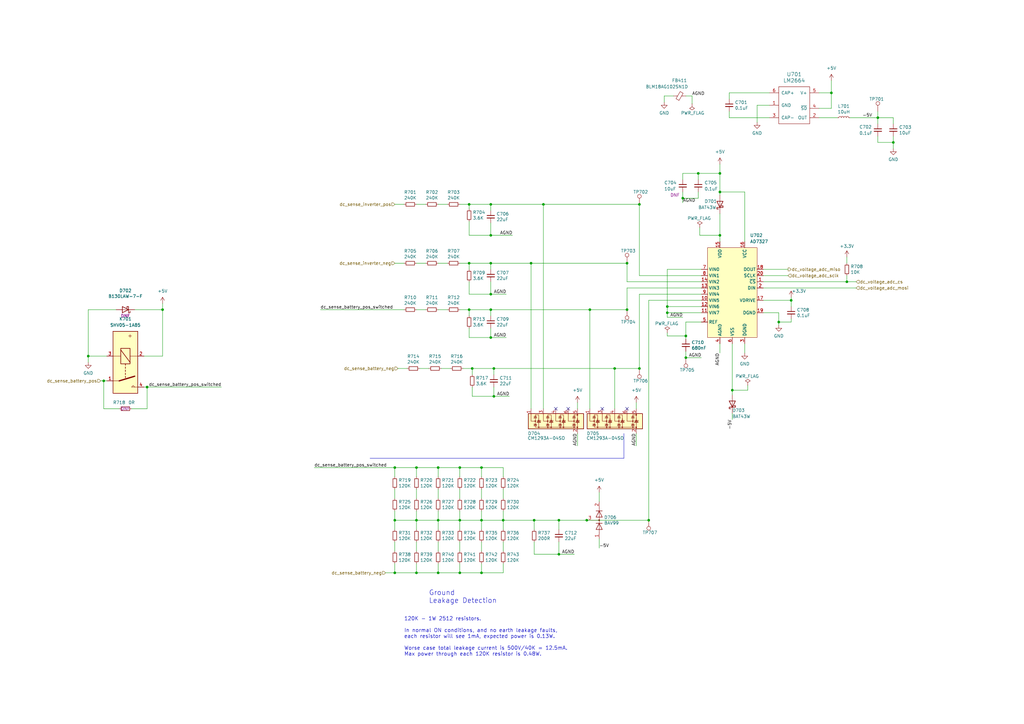
<source format=kicad_sch>
(kicad_sch (version 20230121) (generator eeschema)
  (paper "A3")
  (title_block (title "xx-xxx-PCB-001 Charger Control (HV1) Board") (date "2023-10-18") (rev "0.a") (company "Indra Renewable Technologies Ltd"))
  (junction (at 324.485 123.19))
  (junction (at 161.925 213.36))
  (junction (at 229.235 227.33))
  (junction (at 197.485 213.36))
  (junction (at 240.665 213.36))
  (junction (at 295.275 71.12))
  (junction (at 206.375 213.36))
  (junction (at 241.935 127))
  (junction (at 179.705 234.95))
  (junction (at 229.235 213.36))
  (junction (at 347.345 115.57))
  (junction (at 281.305 146.685))
  (junction (at 222.885 83.82))
  (junction (at 273.685 128.27))
  (junction (at 219.075 213.36))
  (junction (at 192.405 83.82))
  (junction (at 266.065 213.36))
  (junction (at 262.255 83.82))
  (junction (at 170.815 213.36))
  (junction (at 257.175 107.95))
  (junction (at 197.485 234.95))
  (junction (at 257.175 127))
  (junction (at 170.815 234.95))
  (junction (at 179.705 213.36))
  (junction (at 188.595 234.95))
  (junction (at 192.405 107.95))
  (junction (at 340.995 38.1))
  (junction (at 201.295 96.52))
  (junction (at 193.675 151.13))
  (junction (at 286.385 71.12))
  (junction (at 319.405 132.08))
  (junction (at 280.035 81.28))
  (junction (at 179.705 191.77))
  (junction (at 360.045 48.26))
  (junction (at 202.565 151.13))
  (junction (at 295.275 96.52))
  (junction (at 201.295 120.65))
  (junction (at 201.295 107.95))
  (junction (at 42.545 156.21))
  (junction (at 217.805 107.95))
  (junction (at 366.395 58.42))
  (junction (at 161.925 234.95))
  (junction (at 201.295 83.82))
  (junction (at 273.685 125.73))
  (junction (at 192.405 127))
  (junction (at 252.095 151.13))
  (junction (at 281.305 137.795))
  (junction (at 202.565 162.56))
  (junction (at 201.295 127))
  (junction (at 36.195 146.05))
  (junction (at 66.675 127))
  (junction (at 295.275 78.74))
  (junction (at 197.485 191.77))
  (junction (at 161.925 191.77))
  (junction (at 170.815 191.77))
  (junction (at 300.355 160.02))
  (junction (at 188.595 213.36))
  (junction (at 60.325 158.75))
  (junction (at 188.595 191.77))
  (junction (at 262.255 151.13))
  (junction (at 201.295 138.43))
  (no_connect (at 233.045 167.64))
  (no_connect (at 257.175 167.64))
  (no_connect (at 227.965 167.64))
  (no_connect (at 247.015 167.64))
  (wire (pts (xy 222.885 83.82) (xy 262.255 83.82)))
  (wire (pts (xy 202.565 162.56) (xy 193.675 162.56)))
  (wire (pts (xy 348.615 48.26) (xy 360.045 48.26)))
  (wire (pts (xy 161.925 191.77) (xy 161.925 195.58)))
  (wire (pts (xy 360.045 55.88) (xy 360.045 58.42)))
  (wire (pts (xy 201.295 107.95) (xy 217.805 107.95)))
  (wire (pts (xy 189.865 151.13) (xy 193.675 151.13)))
  (wire (pts (xy 161.925 107.95) (xy 165.735 107.95)))
  (wire (pts (xy 192.405 107.95) (xy 192.405 110.49)))
  (wire (pts (xy 36.195 148.59) (xy 36.195 146.05)))
  (wire (pts (xy 161.925 83.82) (xy 165.735 83.82)))
  (wire (pts (xy 197.485 213.36) (xy 206.375 213.36)))
  (wire (pts (xy 252.095 151.13) (xy 262.255 151.13)))
  (wire (pts (xy 280.035 81.28) (xy 280.035 83.185)))
  (wire (pts (xy 170.815 222.25) (xy 170.815 226.06)))
  (wire (pts (xy 201.295 107.95) (xy 201.295 110.49)))
  (wire (pts (xy 287.655 123.19) (xy 266.065 123.19)))
  (wire (pts (xy 281.305 132.08) (xy 281.305 137.795)))
  (wire (pts (xy 193.675 158.75) (xy 193.675 162.56)))
  (wire (pts (xy 295.275 78.74) (xy 305.435 78.74)))
  (wire (pts (xy 360.045 50.8) (xy 360.045 48.26)))
  (wire (pts (xy 300.355 169.545) (xy 300.355 172.085)))
  (wire (pts (xy 340.995 38.1) (xy 340.995 33.02)))
  (wire (pts (xy 295.275 144.78) (xy 295.275 140.97)))
  (wire (pts (xy 201.295 120.65) (xy 192.405 120.65)))
  (wire (pts (xy 197.485 209.55) (xy 197.485 213.36)))
  (wire (pts (xy 206.375 231.14) (xy 206.375 234.95)))
  (wire (pts (xy 66.675 124.46) (xy 66.675 127)))
  (wire (pts (xy 179.705 209.55) (xy 179.705 213.36)))
  (wire (pts (xy 273.685 136.525) (xy 273.685 137.795)))
  (wire (pts (xy 295.275 96.52) (xy 295.275 99.06)))
  (wire (pts (xy 236.855 177.8) (xy 236.855 182.88)))
  (wire (pts (xy 313.055 113.03) (xy 323.215 113.03)))
  (wire (pts (xy 66.675 127) (xy 66.675 146.05)))
  (wire (pts (xy 286.385 81.28) (xy 280.035 81.28)))
  (wire (pts (xy 59.055 158.75) (xy 60.325 158.75)))
  (wire (pts (xy 295.275 71.12) (xy 295.275 78.74)))
  (wire (pts (xy 299.085 38.1) (xy 315.595 38.1)))
  (wire (pts (xy 319.405 128.27) (xy 319.405 132.08)))
  (wire (pts (xy 324.485 125.73) (xy 324.485 123.19)))
  (wire (pts (xy 161.925 209.55) (xy 161.925 213.36)))
  (wire (pts (xy 206.375 209.55) (xy 206.375 213.36)))
  (wire (pts (xy 257.175 118.11) (xy 257.175 127)))
  (wire (pts (xy 262.255 113.03) (xy 287.655 113.03)))
  (wire (pts (xy 53.975 167.64) (xy 60.325 167.64)))
  (wire (pts (xy 315.595 48.26) (xy 299.085 48.26)))
  (wire (pts (xy 192.405 134.62) (xy 192.405 138.43)))
  (wire (pts (xy 192.405 90.805) (xy 192.405 96.52)))
  (wire (pts (xy 188.595 195.58) (xy 188.595 191.77)))
  (wire (pts (xy 208.915 162.56) (xy 202.565 162.56)))
  (wire (pts (xy 286.385 78.74) (xy 286.385 81.28)))
  (wire (pts (xy 257.175 115.57) (xy 287.655 115.57)))
  (wire (pts (xy 313.055 128.27) (xy 319.405 128.27)))
  (wire (pts (xy 340.995 44.45) (xy 340.995 38.1)))
  (wire (pts (xy 280.035 73.66) (xy 280.035 71.12)))
  (wire (pts (xy 201.295 96.52) (xy 192.405 96.52)))
  (wire (pts (xy 201.295 91.44) (xy 201.295 96.52)))
  (wire (pts (xy 360.045 58.42) (xy 366.395 58.42)))
  (wire (pts (xy 313.055 118.11) (xy 351.155 118.11)))
  (wire (pts (xy 207.645 138.43) (xy 201.295 138.43)))
  (wire (pts (xy 197.485 191.77) (xy 206.375 191.77)))
  (wire (pts (xy 201.295 83.82) (xy 201.295 86.36)))
  (wire (pts (xy 201.295 83.82) (xy 222.885 83.82)))
  (wire (pts (xy 188.595 191.77) (xy 197.485 191.77)))
  (wire (pts (xy 260.985 177.8) (xy 260.985 182.88)))
  (wire (pts (xy 192.405 83.82) (xy 192.405 85.725)))
  (wire (pts (xy 299.085 40.64) (xy 299.085 38.1)))
  (wire (pts (xy 193.675 151.13) (xy 193.675 153.67)))
  (wire (pts (xy 335.915 44.45) (xy 340.995 44.45)))
  (wire (pts (xy 313.055 110.49) (xy 323.215 110.49)))
  (wire (pts (xy 206.375 213.36) (xy 206.375 217.17)))
  (wire (pts (xy 188.595 222.25) (xy 188.595 226.06)))
  (wire (pts (xy 229.235 213.36) (xy 229.235 217.17)))
  (wire (pts (xy 66.675 146.05) (xy 59.055 146.05)))
  (wire (pts (xy 202.565 151.13) (xy 202.565 153.67)))
  (wire (pts (xy 192.405 127) (xy 201.295 127)))
  (wire (pts (xy 201.295 96.52) (xy 210.185 96.52)))
  (wire (pts (xy 281.305 132.08) (xy 287.655 132.08)))
  (wire (pts (xy 295.275 67.31) (xy 295.275 71.12)))
  (wire (pts (xy 60.325 167.64) (xy 60.325 158.75)))
  (wire (pts (xy 202.565 151.13) (xy 252.095 151.13)))
  (wire (pts (xy 281.305 144.145) (xy 281.305 146.685)))
  (wire (pts (xy 324.485 130.81) (xy 324.485 132.08)))
  (wire (pts (xy 219.075 222.25) (xy 219.075 227.33)))
  (wire (pts (xy 286.385 73.66) (xy 286.385 71.12)))
  (wire (pts (xy 170.815 217.17) (xy 170.815 213.36)))
  (wire (pts (xy 161.925 213.36) (xy 161.925 217.17)))
  (wire (pts (xy 347.345 115.57) (xy 351.155 115.57)))
  (wire (pts (xy 197.485 231.14) (xy 197.485 234.95)))
  (wire (pts (xy 283.845 39.37) (xy 283.845 42.545)))
  (wire (pts (xy 188.595 107.95) (xy 192.405 107.95)))
  (wire (pts (xy 281.305 137.795) (xy 281.305 139.065)))
  (wire (pts (xy 347.345 107.95) (xy 347.345 105.41)))
  (wire (pts (xy 170.815 127) (xy 174.625 127)))
  (wire (pts (xy 170.815 209.55) (xy 170.815 213.36)))
  (wire (pts (xy 188.595 231.14) (xy 188.595 234.95)))
  (wire (pts (xy 161.925 234.95) (xy 170.815 234.95)))
  (wire (pts (xy 305.435 78.74) (xy 305.435 99.06)))
  (wire (pts (xy 42.545 156.21) (xy 43.815 156.21)))
  (wire (pts (xy 206.375 191.77) (xy 206.375 195.58)))
  (wire (pts (xy 179.705 127) (xy 183.515 127)))
  (wire (pts (xy 170.815 213.36) (xy 179.705 213.36)))
  (wire (pts (xy 273.685 110.49) (xy 287.655 110.49)))
  (wire (pts (xy 245.745 205.74) (xy 245.745 201.93)))
  (wire (pts (xy 241.935 167.64) (xy 241.935 127)))
  (polyline (pts (xy 151.765 187.96) (xy 255.905 187.96)))
  (wire (pts (xy 170.815 234.95) (xy 179.705 234.95)))
  (wire (pts (xy 310.515 43.18) (xy 315.595 43.18)))
  (wire (pts (xy 197.485 234.95) (xy 206.375 234.95)))
  (wire (pts (xy 161.925 200.66) (xy 161.925 204.47)))
  (wire (pts (xy 306.705 160.02) (xy 300.355 160.02)))
  (wire (pts (xy 36.195 146.05) (xy 36.195 127)))
  (wire (pts (xy 280.035 130.175) (xy 273.685 130.175)))
  (wire (pts (xy 170.815 231.14) (xy 170.815 234.95)))
  (wire (pts (xy 305.435 140.97) (xy 305.435 144.78)))
  (wire (pts (xy 131.445 127) (xy 165.735 127)))
  (wire (pts (xy 280.035 71.12) (xy 286.385 71.12)))
  (wire (pts (xy 36.195 146.05) (xy 43.815 146.05)))
  (polyline (pts (xy 255.905 187.96) (xy 255.905 177.8)))
  (wire (pts (xy 128.905 191.77) (xy 161.925 191.77)))
  (wire (pts (xy 179.705 107.95) (xy 183.515 107.95)))
  (wire (pts (xy 324.485 132.08) (xy 319.405 132.08)))
  (wire (pts (xy 273.685 137.795) (xy 281.305 137.795)))
  (wire (pts (xy 319.405 132.08) (xy 319.405 133.35)))
  (wire (pts (xy 179.705 200.66) (xy 179.705 204.47)))
  (wire (pts (xy 172.085 151.13) (xy 175.895 151.13)))
  (wire (pts (xy 287.02 93.345) (xy 287.02 96.52)))
  (wire (pts (xy 161.925 231.14) (xy 161.925 234.95)))
  (wire (pts (xy 201.295 127) (xy 241.935 127)))
  (wire (pts (xy 170.815 200.66) (xy 170.815 204.47)))
  (wire (pts (xy 179.705 191.77) (xy 188.595 191.77)))
  (wire (pts (xy 197.485 200.66) (xy 197.485 204.47)))
  (wire (pts (xy 179.705 231.14) (xy 179.705 234.95)))
  (wire (pts (xy 260.985 167.64) (xy 260.985 165.1)))
  (wire (pts (xy 335.915 48.26) (xy 343.535 48.26)))
  (wire (pts (xy 207.645 120.65) (xy 201.295 120.65)))
  (wire (pts (xy 201.295 134.62) (xy 201.295 138.43)))
  (wire (pts (xy 179.705 213.36) (xy 188.595 213.36)))
  (wire (pts (xy 201.295 138.43) (xy 192.405 138.43)))
  (wire (pts (xy 281.305 39.37) (xy 283.845 39.37)))
  (wire (pts (xy 206.375 222.25) (xy 206.375 226.06)))
  (wire (pts (xy 273.685 125.73) (xy 273.685 110.49)))
  (wire (pts (xy 287.655 118.11) (xy 257.175 118.11)))
  (wire (pts (xy 235.585 227.33) (xy 229.235 227.33)))
  (wire (pts (xy 188.595 127) (xy 192.405 127)))
  (wire (pts (xy 240.665 213.36) (xy 266.065 213.36)))
  (wire (pts (xy 287.655 120.65) (xy 262.255 120.65)))
  (wire (pts (xy 366.395 58.42) (xy 366.395 60.96)))
  (wire (pts (xy 295.275 78.74) (xy 295.275 80.01)))
  (wire (pts (xy 280.035 78.74) (xy 280.035 81.28)))
  (wire (pts (xy 192.405 83.82) (xy 201.295 83.82)))
  (wire (pts (xy 222.885 83.82) (xy 222.885 167.64)))
  (wire (pts (xy 197.485 222.25) (xy 197.485 226.06)))
  (wire (pts (xy 197.485 217.17) (xy 197.485 213.36)))
  (wire (pts (xy 240.665 213.36) (xy 229.235 213.36)))
  (wire (pts (xy 324.485 121.92) (xy 324.485 123.19)))
  (wire (pts (xy 206.375 200.66) (xy 206.375 204.47)))
  (wire (pts (xy 266.065 123.19) (xy 266.065 213.36)))
  (wire (pts (xy 313.055 123.19) (xy 324.485 123.19)))
  (wire (pts (xy 36.195 127) (xy 47.625 127)))
  (wire (pts (xy 287.02 96.52) (xy 295.275 96.52)))
  (wire (pts (xy 273.685 125.73) (xy 287.655 125.73)))
  (wire (pts (xy 192.405 115.57) (xy 192.405 120.65)))
  (wire (pts (xy 245.745 224.79) (xy 245.745 220.98)))
  (wire (pts (xy 236.855 167.64) (xy 236.855 165.1)))
  (wire (pts (xy 188.595 200.66) (xy 188.595 204.47)))
  (wire (pts (xy 201.295 127) (xy 201.295 129.54)))
  (wire (pts (xy 188.595 83.82) (xy 192.405 83.82)))
  (wire (pts (xy 180.975 151.13) (xy 184.785 151.13)))
  (wire (pts (xy 273.685 130.175) (xy 273.685 128.27)))
  (wire (pts (xy 252.095 167.64) (xy 252.095 151.13)))
  (wire (pts (xy 161.925 222.25) (xy 161.925 226.06)))
  (wire (pts (xy 299.085 48.26) (xy 299.085 45.72)))
  (wire (pts (xy 179.705 83.82) (xy 183.515 83.82)))
  (wire (pts (xy 366.395 48.26) (xy 366.395 50.8)))
  (wire (pts (xy 41.275 156.21) (xy 42.545 156.21)))
  (wire (pts (xy 287.655 146.685) (xy 281.305 146.685)))
  (wire (pts (xy 42.545 167.64) (xy 42.545 156.21)))
  (wire (pts (xy 217.805 107.95) (xy 257.175 107.95)))
  (wire (pts (xy 300.355 140.97) (xy 300.355 160.02)))
  (wire (pts (xy 219.075 213.36) (xy 219.075 217.17)))
  (wire (pts (xy 310.515 50.165) (xy 310.515 43.18)))
  (wire (pts (xy 60.325 158.75) (xy 90.805 158.75)))
  (wire (pts (xy 206.375 213.36) (xy 219.075 213.36)))
  (wire (pts (xy 188.595 217.17) (xy 188.595 213.36)))
  (wire (pts (xy 188.595 213.36) (xy 197.485 213.36)))
  (wire (pts (xy 241.935 127) (xy 257.175 127)))
  (wire (pts (xy 179.705 217.17) (xy 179.705 213.36)))
  (wire (pts (xy 229.235 222.25) (xy 229.235 227.33)))
  (wire (pts (xy 170.815 191.77) (xy 179.705 191.77)))
  (wire (pts (xy 360.045 45.72) (xy 360.045 48.26)))
  (wire (pts (xy 229.235 227.33) (xy 219.075 227.33)))
  (wire (pts (xy 273.685 128.27) (xy 273.685 125.73)))
  (wire (pts (xy 163.195 151.13) (xy 167.005 151.13)))
  (wire (pts (xy 217.805 107.95) (xy 217.805 167.64)))
  (wire (pts (xy 300.355 160.02) (xy 300.355 161.925)))
  (wire (pts (xy 170.815 83.82) (xy 174.625 83.82)))
  (wire (pts (xy 161.925 191.77) (xy 170.815 191.77)))
  (wire (pts (xy 286.385 71.12) (xy 295.275 71.12)))
  (wire (pts (xy 257.175 107.95) (xy 257.175 115.57)))
  (wire (pts (xy 48.895 167.64) (xy 42.545 167.64)))
  (wire (pts (xy 347.345 113.03) (xy 347.345 115.57)))
  (wire (pts (xy 55.245 127) (xy 66.675 127)))
  (wire (pts (xy 193.675 151.13) (xy 202.565 151.13)))
  (wire (pts (xy 272.415 41.91) (xy 272.415 39.37)))
  (wire (pts (xy 188.595 209.55) (xy 188.595 213.36)))
  (wire (pts (xy 179.705 222.25) (xy 179.705 226.06)))
  (wire (pts (xy 201.295 115.57) (xy 201.295 120.65)))
  (wire (pts (xy 262.255 120.65) (xy 262.255 151.13)))
  (wire (pts (xy 161.925 213.36) (xy 170.815 213.36)))
  (wire (pts (xy 170.815 195.58) (xy 170.815 191.77)))
  (wire (pts (xy 192.405 127) (xy 192.405 129.54)))
  (wire (pts (xy 202.565 158.75) (xy 202.565 162.56)))
  (wire (pts (xy 170.815 107.95) (xy 174.625 107.95)))
  (wire (pts (xy 360.045 48.26) (xy 366.395 48.26)))
  (wire (pts (xy 197.485 195.58) (xy 197.485 191.77)))
  (wire (pts (xy 335.915 38.1) (xy 340.995 38.1)))
  (wire (pts (xy 179.705 234.95) (xy 188.595 234.95)))
  (wire (pts (xy 313.055 115.57) (xy 347.345 115.57)))
  (wire (pts (xy 306.705 158.115) (xy 306.705 160.02)))
  (wire (pts (xy 188.595 234.95) (xy 197.485 234.95)))
  (wire (pts (xy 366.395 58.42) (xy 366.395 55.88)))
  (wire (pts (xy 273.685 128.27) (xy 287.655 128.27)))
  (wire (pts (xy 295.275 87.63) (xy 295.275 96.52)))
  (wire (pts (xy 192.405 107.95) (xy 201.295 107.95)))
  (wire (pts (xy 158.115 234.95) (xy 161.925 234.95)))
  (wire (pts (xy 179.705 195.58) (xy 179.705 191.77)))
  (wire (pts (xy 219.075 213.36) (xy 229.235 213.36)))
  (wire (pts (xy 272.415 39.37) (xy 276.225 39.37)))
  (wire (pts (xy 262.255 83.82) (xy 262.255 113.03)))
  (text "Ground\nLeakage Detection" (at 175.895 247.65 0) (effects (font (size 2.0066 2.0066)) (justify left bottom)))
  (text "120K - 1W 2512 resistors.\n\nIn normal ON conditions, and no earth leakage faults, \neach resistor will see 1mA, expected power is 0.13W.\n\nWorse case total leakage current is 500V/40K = 12.5mA. \nMax power through each 120K resistor is 0.48W." (at 165.735 269.24 0) (effects (font (size 1.4986 1.4986)) (justify left bottom)))
  (label "AGND" (at 295.275 144.78 270))
  (label "-5V" (at 300.355 172.085 270))
  (label "AGND" (at 207.645 120.65 180))
  (label "AGND" (at 283.845 39.37 0))
  (label "AGND" (at 280.035 83.185 0))
  (label "AGND" (at 207.645 138.43 180))
  (label "AGND" (at 208.915 162.56 180))
  (label "dc_sense_battery_pos_switched" (at 131.445 127 0))
  (label "dc_sense_battery_pos_switched" (at 128.905 191.77 0))
  (label "dc_sense_battery_pos_switched" (at 90.805 158.75 180))
  (label "AGND" (at 235.585 227.33 180))
  (label "-5V" (at 245.745 224.79 0))
  (label "AGND" (at 260.985 182.88 90))
  (label "-5V" (at 353.695 48.26 0))
  (label "AGND" (at 236.855 182.88 90))
  (label "AGND" (at 287.655 146.685 180))
  (label "AGND" (at 280.035 130.175 180))
  (label "AGND" (at 210.185 96.52 180))
  (hierarchical_label "dc_voltage_adc_mosi" (shape input) (at 351.155 118.11 0))
  (hierarchical_label "dc_voltage_adc_miso" (shape output) (at 323.215 110.49 0))
  (hierarchical_label "dc_sense_battery_neg" (shape input) (at 163.195 151.13 180))
  (hierarchical_label "dc_voltage_adc_cs" (shape input) (at 351.155 115.57 0))
  (hierarchical_label "dc_voltage_adc_sclk" (shape input) (at 323.215 113.03 0))
  (hierarchical_label "dc_sense_battery_neg" (shape input) (at 158.115 234.95 180))
  (hierarchical_label "dc_sense_inverter_neg" (shape input) (at 161.925 107.95 180))
  (hierarchical_label "dc_sense_inverter_pos" (shape input) (at 161.925 83.82 180))
  (hierarchical_label "dc_sense_battery_pos" (shape input) (at 41.275 156.21 180))
  (symbol (lib_id "Diode:BAT43W-V") (at 295.275 83.82 90) (unit 1)
    (property "Reference" "D701" (at 288.925 82.55 90) (effects (justify right)))
    (property "Value" "BAT43W" (at 286.385 85.09 90) (effects (justify right)))
    (property "Footprint" "Diode_SMD:D_SOD-123" (effects hide))
    (property "Datasheet" "https://www.vishay.com/docs/85661/bat42w.pdf" (effects hide))
    (property "Manufacturer" "Vishay" (effects hide))
    (property "Manufacturer Part Number" "BAT43W-E3-08" (effects hide))
    (instances (project "hw-v2x-power-board-high-v" (path "" (reference "D701") (unit 1))) (project "hw-v2x-power-board" (path "" (reference "D1405") (unit 1))))
  )
  (symbol (lib_id "Device:C_Small") (at 201.295 113.03 0) (unit 1)
    (property "Reference" "C707" (at 203.6318 111.8616 0) (effects (justify left)))
    (property "Value" "22uF" (at 203.6318 114.173 0) (effects (justify left)))
    (property "Footprint" "Capacitor_SMD:C_0805_2012Metric" (effects hide))
    (property "Voltage" "10V" (effects hide))
    (property "Characteristics" "X5R" (effects hide))
    (property "Tolerance" "10%" (effects hide))
    (instances (project "hw-v2x-power-board-high-v" (path "" (reference "C707") (unit 1))) (project "hw-v2x-power-board" (path "" (reference "C1402") (unit 1))))
  )
  (symbol (lib_id "Device:C_Small") (at 280.035 76.2 0) (unit 1)
    (property "Reference" "C704" (at 272.415 74.93 0) (effects (justify left)))
    (property "Value" "10uF" (at 272.415 77.47 0) (effects (justify left)))
    (property "Footprint" "Capacitor_SMD:C_0603_1608Metric" (effects hide))
    (property "Voltage" "25V" (effects hide))
    (property "Characteristics" "X5R" (effects hide))
    (property "Variant" "DNF" (at 276.86 80.01 0))
    (property "Tolerance" "10%" (effects hide))
    (instances (project "hw-v2x-power-board-high-v" (path "" (reference "C704") (unit 1))) (project "hw-v2x-power-board" (path "" (reference "C1406") (unit 1))))
  )
  (symbol (lib_name "GND_1") (lib_id "power:GND") (at 310.515 50.165 0) (unit 1)
    (property "Reference" "#PWR0230" (effects hide))
    (property "Value" "GND" (at 310.515 54.61 0))
    (instances (project "hw-v2x-power-board-high-v" (path "" (reference "#PWR0230") (unit 1)) (path "" (reference "#PWR0716") (unit 1))))
  )
  (symbol (lib_id "Connector:TestPoint") (at 360.045 45.72 0) (unit 1)
    (property "Reference" "TP701" (at 362.585 40.64 0) (effects (justify right)))
    (property "Value" "TestPoint" (effects hide))
    (property "Footprint" "hw-v5mobo-cem-demo:TestPoint_Pad_FD1.0mm_BD2.0mm_TH_with_pos" (effects hide))
    (instances (project "hw-v2x-power-board-high-v" (path "" (reference "TP701") (unit 1))) (project "hw-v2x-power-board" (path "" (reference "TP1407") (unit 1))))
  )
  (symbol (lib_id "Device:C_Small") (at 324.485 128.27 0) (unit 1)
    (property "Reference" "C708" (at 326.8218 127.1016 0) (effects (justify left)))
    (property "Value" "0.1uF" (at 326.8218 129.413 0) (effects (justify left)))
    (property "Footprint" "Capacitor_SMD:C_0402_1005Metric" (effects hide))
    (property "Voltage" "50V" (effects hide))
    (property "Characteristics" "X7R" (effects hide))
    (property "Tolerance" "10%" (effects hide))
    (instances (project "hw-v2x-power-board-high-v" (path "" (reference "C708") (unit 1))) (project "hw-v2x-power-board" (path "" (reference "C1410") (unit 1))))
  )
  (symbol (lib_id "Device:R_Small") (at 186.055 83.82 270) (unit 1)
    (property "Reference" "R703" (at 186.055 78.8416 90))
    (property "Value" "240K" (at 186.055 81.153 90))
    (property "Footprint" "Resistor_SMD:R_0805_2012Metric" (effects hide))
    (property "Tolerance" "0.1%" (effects hide))
    (property "Voltage" "250V" (effects hide))
    (instances (project "hw-v2x-power-board-high-v" (path "" (reference "R703") (unit 1))) (project "hw-v2x-power-board" (path "" (reference "R1422") (unit 1))))
  )
  (symbol (lib_id "Device:R_Small") (at 161.925 207.01 180) (unit 1)
    (property "Reference" "R725" (at 163.4236 205.8416 0) (effects (justify right)))
    (property "Value" "120K" (at 163.4236 208.153 0) (effects (justify right)))
    (property "Footprint" "Resistor_SMD:R_2512_6332Metric" (effects hide))
    (property "Tolerance" "1%" (effects hide))
    (property "Voltage" "250V" (effects hide))
    (instances (project "hw-v2x-power-board-high-v" (path "" (reference "R725") (unit 1))) (project "hw-v2x-power-board" (path "" (reference "R1403") (unit 1))))
  )
  (symbol (lib_id "Device:FerriteBead_Small") (at 278.765 39.37 90) (unit 1)
    (property "Reference" "FB411" (at 275.59 33.02 90) (effects (justify right)))
    (property "Value" "BLM18AG102SN1D" (at 264.795 35.56 90) (effects (justify right)))
    (property "Footprint" "Inductor_SMD:L_0603_1608Metric" (effects hide))
    (property "Datasheet" "https://www.murata.com/en-us/products/productdata/8796738650142/ENFA0003.pdf" (effects hide))
    (instances (project "hw-v2x-power-board-high-v" (path "" (reference "FB411") (unit 1)) (path "" (reference "FB506") (unit 1)) (path "" (reference "FB701") (unit 1))))
  )
  (symbol (lib_id "Device:R_Small") (at 188.595 198.12 180) (unit 1)
    (property "Reference" "R722" (at 190.0936 196.9516 0) (effects (justify right)))
    (property "Value" "120K" (at 190.0936 199.263 0) (effects (justify right)))
    (property "Footprint" "Resistor_SMD:R_2512_6332Metric" (effects hide))
    (property "Tolerance" "1%" (effects hide))
    (property "Voltage" "250V" (effects hide))
    (instances (project "hw-v2x-power-board-high-v" (path "" (reference "R722") (unit 1))) (project "hw-v2x-power-board" (path "" (reference "R1426") (unit 1))))
  )
  (symbol (lib_name "+5V_1") (lib_id "power:+5V") (at 245.745 201.93 0) (unit 1)
    (property "Reference" "#PWR0710" (effects hide))
    (property "Value" "+5V" (at 245.745 196.85 0))
  )
  (symbol (lib_id "Device:R_Small") (at 186.055 107.95 270) (unit 1)
    (property "Reference" "R707" (at 186.055 102.9716 90))
    (property "Value" "240K" (at 186.055 105.283 90))
    (property "Footprint" "Resistor_SMD:R_0805_2012Metric" (effects hide))
    (property "Tolerance" "0.1%" (effects hide))
    (property "Voltage" "250V" (effects hide))
    (instances (project "hw-v2x-power-board-high-v" (path "" (reference "R707") (unit 1))) (project "hw-v2x-power-board" (path "" (reference "R1423") (unit 1))))
  )
  (symbol (lib_id "Device:C_Small") (at 360.045 53.34 0) (unit 1)
    (property "Reference" "C702" (at 352.425 52.07 0) (effects (justify left)))
    (property "Value" "0.1uF" (at 352.425 54.61 0) (effects (justify left)))
    (property "Footprint" "Capacitor_SMD:C_0402_1005Metric" (effects hide))
    (property "Voltage" "50V" (effects hide))
    (property "Characteristics" "X7R" (effects hide))
    (property "Tolerance" "10%" (effects hide))
    (instances (project "hw-v2x-power-board-high-v" (path "" (reference "C702") (unit 1))) (project "hw-v2x-power-board" (path "" (reference "C1411") (unit 1))))
  )
  (symbol (lib_id "Device:R_Small") (at 161.925 198.12 180) (unit 1)
    (property "Reference" "R719" (at 163.4236 196.9516 0) (effects (justify right)))
    (property "Value" "120K" (at 163.4236 199.263 0) (effects (justify right)))
    (property "Footprint" "Resistor_SMD:R_2512_6332Metric" (effects hide))
    (property "Tolerance" "1%" (effects hide))
    (property "Voltage" "250V" (effects hide))
    (instances (project "hw-v2x-power-board-high-v" (path "" (reference "R719") (unit 1))) (project "hw-v2x-power-board" (path "" (reference "R1402") (unit 1))))
  )
  (symbol (lib_id "hw-v2x-play1_1-power-board:LM2664") (at 325.755 39.37 0) (unit 1)
    (property "Reference" "U701" (at 325.755 30.48 0) (effects (font (size 1.524 1.524))))
    (property "Value" "LM2664" (at 325.755 33.02 0) (effects (font (size 1.524 1.524))))
    (property "Footprint" "Package_TO_SOT_SMD:SOT-23-6" (effects hide))
    (property "Datasheet" "https://www.ti.com/lit/ds/symlink/lm2664.pdf" (effects hide))
    (property "Manufacturer" "TI" (effects hide))
    (property "Manufacturer Part Number" "LM2664M6/NOPB" (effects hide))
  )
  (symbol (lib_id "Device:R_Small") (at 188.595 207.01 180) (unit 1)
    (property "Reference" "R728" (at 190.0936 205.8416 0) (effects (justify right)))
    (property "Value" "120K" (at 190.0936 208.153 0) (effects (justify right)))
    (property "Footprint" "Resistor_SMD:R_2512_6332Metric" (effects hide))
    (property "Tolerance" "1%" (effects hide))
    (property "Voltage" "250V" (effects hide))
    (instances (project "hw-v2x-power-board-high-v" (path "" (reference "R728") (unit 1))) (project "hw-v2x-power-board" (path "" (reference "R1427") (unit 1))))
  )
  (symbol (lib_id "Diode:BAV99") (at 245.745 213.36 270) (mirror x) (unit 1)
    (property "Reference" "D706" (at 247.7516 212.1916 90) (effects (justify left)))
    (property "Value" "BAV99" (at 247.7516 214.503 90) (effects (justify left)))
    (property "Footprint" "Package_TO_SOT_SMD:SOT-23" (effects hide))
    (property "Datasheet" "https://assets.nexperia.com/documents/data-sheet/BAV99_SER.pdf" (effects hide))
    (property "Manufacturer" "Nexperia" (effects hide))
    (property "Manufacturer Part Number" "BAV99,215" (effects hide))
    (instances (project "hw-v2x-power-board-high-v" (path "" (reference "D706") (unit 1))) (project "hw-v2x-power-board" (path "" (reference "D1404") (unit 1))))
  )
  (symbol (lib_id "Device:R_Small") (at 170.815 228.6 180) (unit 1)
    (property "Reference" "R739" (at 172.3136 227.4316 0) (effects (justify right)))
    (property "Value" "120K" (at 172.3136 229.743 0) (effects (justify right)))
    (property "Footprint" "Resistor_SMD:R_2512_6332Metric" (effects hide))
    (property "Tolerance" "1%" (effects hide))
    (property "Voltage" "250V" (effects hide))
    (instances (project "hw-v2x-power-board-high-v" (path "" (reference "R739") (unit 1))) (project "hw-v2x-power-board" (path "" (reference "R1413") (unit 1))))
  )
  (symbol (lib_id "Device:R_Small") (at 188.595 228.6 180) (unit 1)
    (property "Reference" "R741" (at 190.0936 227.4316 0) (effects (justify right)))
    (property "Value" "120K" (at 190.0936 229.743 0) (effects (justify right)))
    (property "Footprint" "Resistor_SMD:R_2512_6332Metric" (effects hide))
    (property "Tolerance" "1%" (effects hide))
    (property "Voltage" "250V" (effects hide))
    (instances (project "hw-v2x-power-board-high-v" (path "" (reference "R741") (unit 1))) (project "hw-v2x-power-board" (path "" (reference "R1429") (unit 1))))
  )
  (symbol (lib_id "Device:R_Small") (at 169.545 151.13 270) (unit 1)
    (property "Reference" "R714" (at 169.545 146.1516 90))
    (property "Value" "240K" (at 169.545 148.463 90))
    (property "Footprint" "Resistor_SMD:R_0805_2012Metric" (effects hide))
    (property "Tolerance" "0.1%" (effects hide))
    (property "Voltage" "250V" (effects hide))
    (instances (project "hw-v2x-power-board-high-v" (path "" (reference "R714") (unit 1))) (project "hw-v2x-power-board" (path "" (reference "R1409") (unit 1))))
  )
  (symbol (lib_id "Device:R_Small") (at 206.375 219.71 180) (unit 1)
    (property "Reference" "R736" (at 207.8736 218.5416 0) (effects (justify right)))
    (property "Value" "120K" (at 207.8736 220.853 0) (effects (justify right)))
    (property "Footprint" "Resistor_SMD:R_2512_6332Metric" (effects hide))
    (property "Tolerance" "1%" (effects hide))
    (property "Voltage" "250V" (effects hide))
    (instances (project "hw-v2x-power-board-high-v" (path "" (reference "R736") (unit 1))) (project "hw-v2x-power-board" (path "" (reference "R1440") (unit 1))))
  )
  (symbol (lib_id "Device:R_Small") (at 170.815 219.71 180) (unit 1)
    (property "Reference" "R732" (at 172.3136 218.5416 0) (effects (justify right)))
    (property "Value" "120K" (at 172.3136 220.853 0) (effects (justify right)))
    (property "Footprint" "Resistor_SMD:R_2512_6332Metric" (effects hide))
    (property "Tolerance" "1%" (effects hide))
    (property "Voltage" "250V" (effects hide))
    (instances (project "hw-v2x-power-board-high-v" (path "" (reference "R732") (unit 1))) (project "hw-v2x-power-board" (path "" (reference "R1412") (unit 1))))
  )
  (symbol (lib_id "Device:R_Small") (at 187.325 151.13 270) (unit 1)
    (property "Reference" "R716" (at 187.325 146.1516 90))
    (property "Value" "240K" (at 187.325 148.463 90))
    (property "Footprint" "Resistor_SMD:R_0805_2012Metric" (effects hide))
    (property "Tolerance" "0.1%" (effects hide))
    (property "Voltage" "250V" (effects hide))
    (instances (project "hw-v2x-power-board-high-v" (path "" (reference "R716") (unit 1))) (project "hw-v2x-power-board" (path "" (reference "R1425") (unit 1))))
  )
  (symbol (lib_id "Device:R_Small") (at 168.275 127 270) (unit 1)
    (property "Reference" "R710" (at 168.275 122.0216 90))
    (property "Value" "240K" (at 168.275 124.333 90))
    (property "Footprint" "Resistor_SMD:R_0805_2012Metric" (effects hide))
    (property "Tolerance" "0.1%" (effects hide))
    (property "Voltage" "250V" (effects hide))
    (instances (project "hw-v2x-power-board-high-v" (path "" (reference "R710") (unit 1))) (project "hw-v2x-power-board" (path "" (reference "R1408") (unit 1))))
  )
  (symbol (lib_id "Device:C_Small") (at 202.565 156.21 0) (unit 1)
    (property "Reference" "C711" (at 204.9018 155.0416 0) (effects (justify left)))
    (property "Value" "22uF" (at 204.9018 157.353 0) (effects (justify left)))
    (property "Footprint" "Capacitor_SMD:C_0805_2012Metric" (effects hide))
    (property "Voltage" "10V" (effects hide))
    (property "Characteristics" "X5R" (effects hide))
    (property "Tolerance" "10%" (effects hide))
    (instances (project "hw-v2x-power-board-high-v" (path "" (reference "C711") (unit 1))) (project "hw-v2x-power-board" (path "" (reference "C1404") (unit 1))))
  )
  (symbol (lib_id "hw-v2x-play1_1-power-board:CM1293A-04SO") (at 241.935 167.64 0) (unit 1)
    (property "Reference" "D705" (at 245.745 177.8 0) (effects (justify right)))
    (property "Value" "CM1293A-04SO" (at 255.905 179.705 0) (effects (justify right)))
    (property "Footprint" "Package_SO:SC-74-6_1.5x2.9mm_P0.95mm" (effects hide))
    (property "Datasheet" "https://www.onsemi.com/pub/Collateral/CM1293A-04SO-D.PDF" (effects hide))
  )
  (symbol (lib_id "Device:C_Small") (at 366.395 53.34 0) (unit 1)
    (property "Reference" "C703" (at 368.7318 52.1716 0) (effects (justify left)))
    (property "Value" "10uF" (at 368.7318 54.483 0) (effects (justify left)))
    (property "Footprint" "Capacitor_SMD:C_0603_1608Metric" (effects hide))
    (property "Voltage" "25V" (effects hide))
    (property "Characteristics" "X5R" (effects hide))
    (property "Tolerance" "10%" (effects hide))
    (instances (project "hw-v2x-power-board-high-v" (path "" (reference "C703") (unit 1))) (project "hw-v2x-power-board" (path "" (reference "C1412") (unit 1))))
  )
  (symbol (lib_id "Device:C_Small") (at 286.385 76.2 0) (unit 1)
    (property "Reference" "C705" (at 288.925 74.93 0) (effects (justify left)))
    (property "Value" "0.1uF" (at 288.925 77.47 0) (effects (justify left)))
    (property "Footprint" "Capacitor_SMD:C_0402_1005Metric" (effects hide))
    (property "Voltage" "50V" (effects hide))
    (property "Characteristics" "X7R" (effects hide))
    (property "Tolerance" "10%" (effects hide))
    (instances (project "hw-v2x-power-board-high-v" (path "" (reference "C705") (unit 1))) (project "hw-v2x-power-board" (path "" (reference "C1408") (unit 1))))
  )
  (symbol (lib_name "+5V_1") (lib_id "power:+5V") (at 295.275 67.31 0) (unit 1)
    (property "Reference" "#PWR0711" (effects hide))
    (property "Value" "+5V" (at 295.275 62.23 0))
  )
  (symbol (lib_id "Device:R_Small") (at 197.485 207.01 180) (unit 1)
    (property "Reference" "R729" (at 198.9836 205.8416 0) (effects (justify right)))
    (property "Value" "120K" (at 198.9836 208.153 0) (effects (justify right)))
    (property "Footprint" "Resistor_SMD:R_2512_6332Metric" (effects hide))
    (property "Tolerance" "1%" (effects hide))
    (property "Voltage" "250V" (effects hide))
    (instances (project "hw-v2x-power-board-high-v" (path "" (reference "R729") (unit 1))) (project "hw-v2x-power-board" (path "" (reference "R1435") (unit 1))))
  )
  (symbol (lib_id "Device:R_Small") (at 188.595 219.71 180) (unit 1)
    (property "Reference" "R734" (at 190.0936 218.5416 0) (effects (justify right)))
    (property "Value" "120K" (at 190.0936 220.853 0) (effects (justify right)))
    (property "Footprint" "Resistor_SMD:R_2512_6332Metric" (effects hide))
    (property "Tolerance" "1%" (effects hide))
    (property "Voltage" "250V" (effects hide))
    (instances (project "hw-v2x-power-board-high-v" (path "" (reference "R734") (unit 1))) (project "hw-v2x-power-board" (path "" (reference "R1428") (unit 1))))
  )
  (symbol (lib_id "Device:R_Small") (at 186.055 127 270) (unit 1)
    (property "Reference" "R712" (at 186.055 122.0216 90))
    (property "Value" "240K" (at 186.055 124.333 90))
    (property "Footprint" "Resistor_SMD:R_0805_2012Metric" (effects hide))
    (property "Tolerance" "0.1%" (effects hide))
    (property "Voltage" "250V" (effects hide))
    (instances (project "hw-v2x-power-board-high-v" (path "" (reference "R712") (unit 1))) (project "hw-v2x-power-board" (path "" (reference "R1424") (unit 1))))
  )
  (symbol (lib_name "GND_1") (lib_id "power:GND") (at 272.415 41.91 0) (unit 1)
    (property "Reference" "#PWR0230" (effects hide))
    (property "Value" "GND" (at 272.415 46.355 0))
    (instances (project "hw-v2x-power-board-high-v" (path "" (reference "#PWR0230") (unit 1)) (path "" (reference "#PWR0715") (unit 1))))
  )
  (symbol (lib_name "GND_1") (lib_id "power:GND") (at 319.405 133.35 0) (unit 1)
    (property "Reference" "#PWR0230" (effects hide))
    (property "Value" "GND" (at 319.405 137.795 0))
    (instances (project "hw-v2x-power-board-high-v" (path "" (reference "#PWR0230") (unit 1)) (path "" (reference "#PWR0720") (unit 1))))
  )
  (symbol (lib_id "Device:D_Schottky") (at 51.435 127 180) (unit 1)
    (property "Reference" "D702" (at 51.435 119.2022 0))
    (property "Value" "B130LAW-7-F" (at 51.435 121.5136 0))
    (property "Footprint" "Diode_SMD:D_SOD-123" (effects hide))
    (property "Datasheet" "https://www.diodes.com/assets/Datasheets/ds30308.pdf" (effects hide))
    (property "Manufacturer" "Diodes Inc." (effects hide))
    (property "Manufacturer Part Number" "B130LAW-7-F" (effects hide))
    (property "Variant" "DNF" (at 51.435 129.54 0))
    (instances (project "hw-v2x-power-board-high-v" (path "" (reference "D702") (unit 1))) (project "hw-v2x-power-board" (path "" (reference "D1401") (unit 1))))
  )
  (symbol (lib_name "PWR_FLAG_1") (lib_id "power:PWR_FLAG") (at 273.685 136.525 0) (unit 1)
    (property "Reference" "#FLG0402" (effects hide))
    (property "Value" "PWR_FLAG" (at 268.605 132.715 0) (effects (justify left)))
    (instances (project "hw-v2x-power-board-high-v" (path "" (reference "#FLG0402") (unit 1)) (path "" (reference "#FLG0704") (unit 1))))
  )
  (symbol (lib_id "hw-v2x-play1_1-power-board:AD7327") (at 300.355 123.19 0) (unit 1)
    (property "Reference" "U702" (at 307.6291 96.52 0) (effects (justify left)))
    (property "Value" "AD7327" (at 307.6291 99.06 0) (effects (justify left)))
    (property "Footprint" "Package_SO:TSSOP-20_4.4x6.5mm_P0.65mm" (effects hide))
    (property "Datasheet" "https://www.analog.com/media/en/technical-documentation/data-sheets/AD7327.pdf" (effects hide))
    (property "Manufacturer" "Analog Devices" (effects hide))
    (property "Manufacturer Part Number" "AD7327BRUZ" (effects hide))
  )
  (symbol (lib_id "Device:R_Small") (at 170.815 198.12 180) (unit 1)
    (property "Reference" "R720" (at 172.3136 196.9516 0) (effects (justify right)))
    (property "Value" "120K" (at 172.3136 199.263 0) (effects (justify right)))
    (property "Footprint" "Resistor_SMD:R_2512_6332Metric" (effects hide))
    (property "Tolerance" "1%" (effects hide))
    (property "Voltage" "250V" (effects hide))
    (instances (project "hw-v2x-power-board-high-v" (path "" (reference "R720") (unit 1))) (project "hw-v2x-power-board" (path "" (reference "R1410") (unit 1))))
  )
  (symbol (lib_name "+5V_1") (lib_id "power:+5V") (at 340.995 33.02 0) (unit 1)
    (property "Reference" "#PWR0702" (effects hide))
    (property "Value" "+5V" (at 340.995 27.94 0))
  )
  (symbol (lib_id "Device:R_Small") (at 197.485 219.71 180) (unit 1)
    (property "Reference" "R735" (at 198.9836 218.5416 0) (effects (justify right)))
    (property "Value" "120K" (at 198.9836 220.853 0) (effects (justify right)))
    (property "Footprint" "Resistor_SMD:R_2512_6332Metric" (effects hide))
    (property "Tolerance" "1%" (effects hide))
    (property "Voltage" "250V" (effects hide))
    (instances (project "hw-v2x-power-board-high-v" (path "" (reference "R735") (unit 1))) (project "hw-v2x-power-board" (path "" (reference "R1436") (unit 1))))
  )
  (symbol (lib_name "+3.3V_1") (lib_id "power:+3.3V") (at 347.345 105.41 0) (unit 1)
    (property "Reference" "#PWR0721" (effects hide))
    (property "Value" "+3.3V" (at 347.345 100.965 0))
  )
  (symbol (lib_name "+3.3V_1") (lib_id "power:+3.3V") (at 324.485 121.92 0) (unit 1)
    (property "Reference" "#PWR0722" (effects hide))
    (property "Value" "+3.3V" (at 327.66 119.38 0))
  )
  (symbol (lib_id "Connector:TestPoint") (at 266.065 213.36 180) (unit 1)
    (property "Reference" "TP707" (at 263.525 218.44 0) (effects (justify right)))
    (property "Value" "TestPoint" (effects hide))
    (property "Footprint" "hw-v5mobo-cem-demo:TestPoint_Pad_FD1.0mm_BD2.0mm_TH_with_pos" (effects hide))
    (instances (project "hw-v2x-power-board-high-v" (path "" (reference "TP707") (unit 1))) (project "hw-v2x-power-board" (path "" (reference "TP1405") (unit 1))))
  )
  (symbol (lib_id "Device:C_Small") (at 201.295 132.08 0) (unit 1)
    (property "Reference" "C709" (at 203.6318 130.9116 0) (effects (justify left)))
    (property "Value" "22uF" (at 203.6318 133.223 0) (effects (justify left)))
    (property "Footprint" "Capacitor_SMD:C_0805_2012Metric" (effects hide))
    (property "Voltage" "10V" (effects hide))
    (property "Characteristics" "X5R" (effects hide))
    (property "Tolerance" "10%" (effects hide))
    (instances (project "hw-v2x-power-board-high-v" (path "" (reference "C709") (unit 1))) (project "hw-v2x-power-board" (path "" (reference "C1403") (unit 1))))
  )
  (symbol (lib_id "Device:R_Small") (at 179.705 219.71 180) (unit 1)
    (property "Reference" "R733" (at 181.2036 218.5416 0) (effects (justify right)))
    (property "Value" "120K" (at 181.2036 220.853 0) (effects (justify right)))
    (property "Footprint" "Resistor_SMD:R_2512_6332Metric" (effects hide))
    (property "Tolerance" "1%" (effects hide))
    (property "Voltage" "250V" (effects hide))
    (instances (project "hw-v2x-power-board-high-v" (path "" (reference "R733") (unit 1))) (project "hw-v2x-power-board" (path "" (reference "R1420") (unit 1))))
  )
  (symbol (lib_id "Device:R_Small") (at 192.405 113.03 180) (unit 1)
    (property "Reference" "R709" (at 193.9036 111.8616 0) (effects (justify right)))
    (property "Value" "3.6K" (at 193.9036 114.173 0) (effects (justify right)))
    (property "Footprint" "Resistor_SMD:R_0603_1608Metric" (effects hide))
    (property "Tolerance" "0.1%" (effects hide))
    (property "Voltage" "50V" (effects hide))
    (instances (project "hw-v2x-power-board-high-v" (path "" (reference "R709") (unit 1))) (project "hw-v2x-power-board" (path "" (reference "R1431") (unit 1))))
  )
  (symbol (lib_id "Device:R_Small") (at 197.485 228.6 180) (unit 1)
    (property "Reference" "R742" (at 198.9836 227.4316 0) (effects (justify right)))
    (property "Value" "120K" (at 198.9836 229.743 0) (effects (justify right)))
    (property "Footprint" "Resistor_SMD:R_2512_6332Metric" (effects hide))
    (property "Tolerance" "1%" (effects hide))
    (property "Voltage" "250V" (effects hide))
    (instances (project "hw-v2x-power-board-high-v" (path "" (reference "R742") (unit 1))) (project "hw-v2x-power-board" (path "" (reference "R1437") (unit 1))))
  )
  (symbol (lib_id "Device:C_Small") (at 229.235 219.71 0) (unit 1)
    (property "Reference" "C712" (at 231.5718 218.5416 0) (effects (justify left)))
    (property "Value" "22uF" (at 231.5718 220.853 0) (effects (justify left)))
    (property "Footprint" "Capacitor_SMD:C_0805_2012Metric" (effects hide))
    (property "Voltage" "10V" (effects hide))
    (property "Characteristics" "X5R" (effects hide))
    (property "Tolerance" "10%" (effects hide))
    (instances (project "hw-v2x-power-board-high-v" (path "" (reference "C712") (unit 1))) (project "hw-v2x-power-board" (path "" (reference "C1405") (unit 1))))
  )
  (symbol (lib_id "Device:R_Small") (at 168.275 107.95 270) (unit 1)
    (property "Reference" "R705" (at 168.275 102.9716 90))
    (property "Value" "240K" (at 168.275 105.283 90))
    (property "Footprint" "Resistor_SMD:R_0805_2012Metric" (effects hide))
    (property "Tolerance" "0.1%" (effects hide))
    (property "Voltage" "250V" (effects hide))
    (instances (project "hw-v2x-power-board-high-v" (path "" (reference "R705") (unit 1))) (project "hw-v2x-power-board" (path "" (reference "R1407") (unit 1))))
  )
  (symbol (lib_id "Device:R_Small") (at 206.375 228.6 180) (unit 1)
    (property "Reference" "R743" (at 207.8736 227.4316 0) (effects (justify right)))
    (property "Value" "120K" (at 207.8736 229.743 0) (effects (justify right)))
    (property "Footprint" "Resistor_SMD:R_2512_6332Metric" (effects hide))
    (property "Tolerance" "1%" (effects hide))
    (property "Voltage" "250V" (effects hide))
    (instances (project "hw-v2x-power-board-high-v" (path "" (reference "R743") (unit 1))) (project "hw-v2x-power-board" (path "" (reference "R1441") (unit 1))))
  )
  (symbol (lib_id "Device:R_Small") (at 219.075 219.71 180) (unit 1)
    (property "Reference" "R737" (at 220.5736 218.5416 0) (effects (justify right)))
    (property "Value" "200R" (at 220.5736 220.853 0) (effects (justify right)))
    (property "Footprint" "Resistor_SMD:R_2512_6332Metric" (effects hide))
    (property "Tolerance" "1%" (effects hide))
    (property "Voltage" "50V" (effects hide))
    (instances (project "hw-v2x-power-board-high-v" (path "" (reference "R737") (unit 1))) (project "hw-v2x-power-board" (path "" (reference "R1442") (unit 1))))
  )
  (symbol (lib_name "GND_1") (lib_id "power:GND") (at 36.195 148.59 0) (unit 1)
    (property "Reference" "#PWR0230" (effects hide))
    (property "Value" "GND" (at 36.195 153.035 0))
    (instances (project "hw-v2x-power-board-high-v" (path "" (reference "#PWR0230") (unit 1)) (path "" (reference "#PWR0718") (unit 1))))
  )
  (symbol (lib_id "Connector:TestPoint") (at 262.255 151.13 180) (unit 1)
    (property "Reference" "TP706" (at 259.715 156.21 0) (effects (justify right)))
    (property "Value" "TestPoint" (effects hide))
    (property "Footprint" "hw-v5mobo-cem-demo:TestPoint_Pad_FD1.0mm_BD2.0mm_TH_with_pos" (effects hide))
    (instances (project "hw-v2x-power-board-high-v" (path "" (reference "TP706") (unit 1))) (project "hw-v2x-power-board" (path "" (reference "TP1404") (unit 1))))
  )
  (symbol (lib_id "Device:R_Small") (at 179.705 198.12 180) (unit 1)
    (property "Reference" "R721" (at 181.2036 196.9516 0) (effects (justify right)))
    (property "Value" "120K" (at 181.2036 199.263 0) (effects (justify right)))
    (property "Footprint" "Resistor_SMD:R_2512_6332Metric" (effects hide))
    (property "Tolerance" "1%" (effects hide))
    (property "Voltage" "250V" (effects hide))
    (instances (project "hw-v2x-power-board-high-v" (path "" (reference "R721") (unit 1))) (project "hw-v2x-power-board" (path "" (reference "R1418") (unit 1))))
  )
  (symbol (lib_id "Device:L_Small") (at 346.075 48.26 90) (unit 1)
    (property "Reference" "L701" (at 346.075 43.561 90))
    (property "Value" "10uH" (at 346.075 45.8724 90))
    (property "Footprint" "Inductor_SMD:L_0603_1608Metric" (effects hide))
    (property "Datasheet" "http://www.farnell.com/datasheets/2718348.pdf" (effects hide))
    (property "Manufacturer" "TDK" (effects hide))
    (property "Manufacturer Part Number" "MLZ1608N100LT000" (effects hide))
    (instances (project "hw-v2x-power-board-high-v" (path "" (reference "L701") (unit 1))) (project "hw-v2x-power-board" (path "" (reference "L1401") (unit 1))))
  )
  (symbol (lib_id "Device:R_Small") (at 347.345 110.49 0) (unit 1)
    (property "Reference" "R708" (at 348.8436 109.3216 0) (effects (justify left)))
    (property "Value" "10K" (at 348.8436 111.633 0) (effects (justify left)))
    (property "Footprint" "Resistor_SMD:R_0402_1005Metric" (effects hide))
    (property "Tolerance" "1%" (effects hide))
    (property "Voltage" "50V" (effects hide))
    (instances (project "hw-v2x-power-board-high-v" (path "" (reference "R708") (unit 1))) (project "hw-v2x-power-board" (path "" (reference "R1443") (unit 1))))
  )
  (symbol (lib_id "Connector:TestPoint") (at 262.255 83.82 0) (unit 1)
    (property "Reference" "TP702" (at 259.715 78.74 0) (effects (justify left)))
    (property "Value" "TestPoint" (effects hide))
    (property "Footprint" "hw-v5mobo-cem-demo:TestPoint_Pad_FD1.0mm_BD2.0mm_TH_with_pos" (effects hide))
    (instances (project "hw-v2x-power-board-high-v" (path "" (reference "TP702") (unit 1))) (project "hw-v2x-power-board" (path "" (reference "TP1403") (unit 1))))
  )
  (symbol (lib_id "Device:R_Small") (at 170.815 207.01 180) (unit 1)
    (property "Reference" "R726" (at 172.3136 205.8416 0) (effects (justify right)))
    (property "Value" "120K" (at 172.3136 208.153 0) (effects (justify right)))
    (property "Footprint" "Resistor_SMD:R_2512_6332Metric" (effects hide))
    (property "Tolerance" "1%" (effects hide))
    (property "Voltage" "250V" (effects hide))
    (instances (project "hw-v2x-power-board-high-v" (path "" (reference "R726") (unit 1))) (project "hw-v2x-power-board" (path "" (reference "R1411") (unit 1))))
  )
  (symbol (lib_id "Device:R_Small") (at 179.705 207.01 180) (unit 1)
    (property "Reference" "R727" (at 181.2036 205.8416 0) (effects (justify right)))
    (property "Value" "120K" (at 181.2036 208.153 0) (effects (justify right)))
    (property "Footprint" "Resistor_SMD:R_2512_6332Metric" (effects hide))
    (property "Tolerance" "1%" (effects hide))
    (property "Voltage" "250V" (effects hide))
    (instances (project "hw-v2x-power-board-high-v" (path "" (reference "R727") (unit 1))) (project "hw-v2x-power-board" (path "" (reference "R1419") (unit 1))))
  )
  (symbol (lib_name "+5V_1") (lib_id "power:+5V") (at 66.675 124.46 0) (unit 1)
    (property "Reference" "#PWR0703" (effects hide))
    (property "Value" "+5V" (at 66.675 119.38 0))
  )
  (symbol (lib_id "Device:R_Small") (at 161.925 228.6 180) (unit 1)
    (property "Reference" "R738" (at 163.4236 227.4316 0) (effects (justify right)))
    (property "Value" "120K" (at 163.4236 229.743 0) (effects (justify right)))
    (property "Footprint" "Resistor_SMD:R_2512_6332Metric" (effects hide))
    (property "Tolerance" "1%" (effects hide))
    (property "Voltage" "250V" (effects hide))
    (instances (project "hw-v2x-power-board-high-v" (path "" (reference "R738") (unit 1))) (project "hw-v2x-power-board" (path "" (reference "R1405") (unit 1))))
  )
  (symbol (lib_id "hw-v2x-play1_1-power-board:CM1293A-04SO") (at 217.805 167.64 0) (unit 1)
    (property "Reference" "D704" (at 221.615 177.8 0) (effects (justify right)))
    (property "Value" "CM1293A-04SO" (at 231.775 179.705 0) (effects (justify right)))
    (property "Footprint" "Package_SO:SC-74-6_1.5x2.9mm_P0.95mm" (effects hide))
    (property "Datasheet" "https://www.onsemi.com/pub/Collateral/CM1293A-04SO-D.PDF" (effects hide))
  )
  (symbol (lib_id "Connector:TestPoint") (at 281.305 146.685 180) (unit 1)
    (property "Reference" "TP705" (at 278.765 151.765 0) (effects (justify right)))
    (property "Value" "TestPoint" (effects hide))
    (property "Footprint" "hw-v5mobo-cem-demo:TestPoint_Pad_FD1.0mm_BD2.0mm_TH_with_pos" (effects hide))
    (instances (project "hw-v2x-power-board-high-v" (path "" (reference "TP705") (unit 1))) (project "hw-v2x-power-board" (path "" (reference "TP1406") (unit 1))))
  )
  (symbol (lib_id "Diode:BAT43W-V") (at 300.355 165.735 90) (unit 1)
    (property "Reference" "D703" (at 300.355 168.275 90) (effects (justify right)))
    (property "Value" "BAT43W" (at 300.355 170.815 90) (effects (justify right)))
    (property "Footprint" "Diode_SMD:D_SOD-123" (effects hide))
    (property "Datasheet" "https://www.vishay.com/docs/85661/bat42w.pdf" (effects hide))
    (property "Manufacturer" "Vishay" (effects hide))
    (property "Manufacturer Part Number" "BAT43W-E3-08" (effects hide))
    (instances (project "hw-v2x-power-board-high-v" (path "" (reference "D703") (unit 1))) (project "hw-v2x-power-board" (path "" (reference "D1406") (unit 1))))
  )
  (symbol (lib_id "Device:R_Small") (at 193.675 156.21 180) (unit 1)
    (property "Reference" "R717" (at 195.1736 155.0416 0) (effects (justify right)))
    (property "Value" "3.6K" (at 195.1736 157.353 0) (effects (justify right)))
    (property "Footprint" "Resistor_SMD:R_0603_1608Metric" (effects hide))
    (property "Tolerance" "0.1%" (effects hide))
    (property "Voltage" "50V" (effects hide))
    (instances (project "hw-v2x-power-board-high-v" (path "" (reference "R717") (unit 1))) (project "hw-v2x-power-board" (path "" (reference "R1433") (unit 1))))
  )
  (symbol (lib_id "Device:R_Small") (at 192.405 132.08 180) (unit 1)
    (property "Reference" "R713" (at 193.9036 130.9116 0) (effects (justify right)))
    (property "Value" "3.6K" (at 193.9036 133.223 0) (effects (justify right)))
    (property "Footprint" "Resistor_SMD:R_0603_1608Metric" (effects hide))
    (property "Tolerance" "0.1%" (effects hide))
    (property "Voltage" "50V" (effects hide))
    (instances (project "hw-v2x-power-board-high-v" (path "" (reference "R713") (unit 1))) (project "hw-v2x-power-board" (path "" (reference "R1432") (unit 1))))
  )
  (symbol (lib_id "Device:R_Small") (at 51.435 167.64 270) (unit 1)
    (property "Reference" "R718" (at 48.895 165.1 90))
    (property "Value" "0R" (at 53.975 165.1 90))
    (property "Footprint" "Resistor_SMD:R_0805_2012Metric" (effects hide))
    (property "Tolerance" "1%" (effects hide))
    (property "Voltage" "250V" (effects hide))
    (property "Variant" "DNF" (at 51.435 167.64 90))
    (instances (project "hw-v2x-power-board-high-v" (path "" (reference "R718") (unit 1))) (project "hw-v2x-power-board" (path "" (reference "R1401") (unit 1))))
  )
  (symbol (lib_name "PWR_FLAG_1") (lib_id "power:PWR_FLAG") (at 283.845 42.545 180) (unit 1)
    (property "Reference" "#FLG0402" (effects hide))
    (property "Value" "PWR_FLAG" (at 288.925 46.355 0) (effects (justify left)))
    (instances (project "hw-v2x-power-board-high-v" (path "" (reference "#FLG0402") (unit 1)) (path "" (reference "#FLG0702") (unit 1))))
  )
  (symbol (lib_id "Device:R_Small") (at 161.925 219.71 180) (unit 1)
    (property "Reference" "R731" (at 163.4236 218.5416 0) (effects (justify right)))
    (property "Value" "120K" (at 163.4236 220.853 0) (effects (justify right)))
    (property "Footprint" "Resistor_SMD:R_2512_6332Metric" (effects hide))
    (property "Tolerance" "1%" (effects hide))
    (property "Voltage" "250V" (effects hide))
    (instances (project "hw-v2x-power-board-high-v" (path "" (reference "R731") (unit 1))) (project "hw-v2x-power-board" (path "" (reference "R1404") (unit 1))))
  )
  (symbol (lib_id "Connector:TestPoint") (at 257.175 127 180) (unit 1)
    (property "Reference" "TP704" (at 254.635 132.08 0) (effects (justify right)))
    (property "Value" "TestPoint" (effects hide))
    (property "Footprint" "hw-v5mobo-cem-demo:TestPoint_Pad_FD1.0mm_BD2.0mm_TH_with_pos" (effects hide))
    (instances (project "hw-v2x-power-board-high-v" (path "" (reference "TP704") (unit 1))) (project "hw-v2x-power-board" (path "" (reference "TP1402") (unit 1))))
  )
  (symbol (lib_id "Device:R_Small") (at 177.165 127 270) (unit 1)
    (property "Reference" "R711" (at 177.165 122.0216 90))
    (property "Value" "240K" (at 177.165 124.333 90))
    (property "Footprint" "Resistor_SMD:R_0805_2012Metric" (effects hide))
    (property "Tolerance" "0.1%" (effects hide))
    (property "Voltage" "250V" (effects hide))
    (instances (project "hw-v2x-power-board-high-v" (path "" (reference "R711") (unit 1))) (project "hw-v2x-power-board" (path "" (reference "R1416") (unit 1))))
  )
  (symbol (lib_id "Device:R_Small") (at 197.485 198.12 180) (unit 1)
    (property "Reference" "R723" (at 198.9836 196.9516 0) (effects (justify right)))
    (property "Value" "120K" (at 198.9836 199.263 0) (effects (justify right)))
    (property "Footprint" "Resistor_SMD:R_2512_6332Metric" (effects hide))
    (property "Tolerance" "1%" (effects hide))
    (property "Voltage" "250V" (effects hide))
    (instances (project "hw-v2x-power-board-high-v" (path "" (reference "R723") (unit 1))) (project "hw-v2x-power-board" (path "" (reference "R1434") (unit 1))))
  )
  (symbol (lib_id "Device:R_Small") (at 177.165 107.95 270) (unit 1)
    (property "Reference" "R706" (at 177.165 102.9716 90))
    (property "Value" "240K" (at 177.165 105.283 90))
    (property "Footprint" "Resistor_SMD:R_0805_2012Metric" (effects hide))
    (property "Tolerance" "0.1%" (effects hide))
    (property "Voltage" "250V" (effects hide))
    (instances (project "hw-v2x-power-board-high-v" (path "" (reference "R706") (unit 1))) (project "hw-v2x-power-board" (path "" (reference "R1415") (unit 1))))
  )
  (symbol (lib_name "+5V_1") (lib_id "power:+5V") (at 260.985 165.1 0) (unit 1)
    (property "Reference" "#PWR0709" (effects hide))
    (property "Value" "+5V" (at 260.985 160.02 0))
  )
  (symbol (lib_id "Device:R_Small") (at 206.375 198.12 180) (unit 1)
    (property "Reference" "R724" (at 207.8736 196.9516 0) (effects (justify right)))
    (property "Value" "120K" (at 207.8736 199.263 0) (effects (justify right)))
    (property "Footprint" "Resistor_SMD:R_2512_6332Metric" (effects hide))
    (property "Tolerance" "1%" (effects hide))
    (property "Voltage" "250V" (effects hide))
    (instances (project "hw-v2x-power-board-high-v" (path "" (reference "R724") (unit 1))) (project "hw-v2x-power-board" (path "" (reference "R1438") (unit 1))))
  )
  (symbol (lib_id "Device:C_Small") (at 281.305 141.605 0) (unit 1)
    (property "Reference" "C710" (at 283.6418 140.4366 0) (effects (justify left)))
    (property "Value" "680nF" (at 283.6418 142.748 0) (effects (justify left)))
    (property "Footprint" "Capacitor_SMD:C_0603_1608Metric" (effects hide))
    (property "Voltage" "10V" (effects hide))
    (property "Characteristics" "X5R" (effects hide))
    (property "Tolerance" "10%" (effects hide))
    (instances (project "hw-v2x-power-board-high-v" (path "" (reference "C710") (unit 1))) (project "hw-v2x-power-board" (path "" (reference "C1407") (unit 1))))
  )
  (symbol (lib_id "Device:R_Small") (at 192.405 88.265 180) (unit 1)
    (property "Reference" "R704" (at 193.9036 87.0966 0) (effects (justify right)))
    (property "Value" "3.6K" (at 193.9036 89.408 0) (effects (justify right)))
    (property "Footprint" "Resistor_SMD:R_0603_1608Metric" (effects hide))
    (property "Tolerance" "0.1%" (effects hide))
    (property "Voltage" "50V" (effects hide))
    (instances (project "hw-v2x-power-board-high-v" (path "" (reference "R704") (unit 1))) (project "hw-v2x-power-board" (path "" (reference "R1430") (unit 1))))
  )
  (symbol (lib_id "hw-v2x-play1_1-power-board:SHV05-1A85") (at 51.435 151.13 270) (unit 1)
    (property "Reference" "K701" (at 51.435 130.81 90))
    (property "Value" "SHV05-1A85" (at 51.435 133.35 90))
    (property "Footprint" "hw-v2x-play1_1-power-board:SHV05-1A85" (effects hide))
    (property "Datasheet" "https://www.mouser.co.uk/datasheet/2/262/3305185478e-1633595.pdf" (effects hide))
    (property "Manufacturer" "MEDER Electronic" (effects hide))
    (property "Manufacturer Part Number" "SHV05-1A85-78D4K" (effects hide))
  )
  (symbol (lib_name "PWR_FLAG_1") (lib_id "power:PWR_FLAG") (at 287.02 93.345 0) (unit 1)
    (property "Reference" "#FLG0402" (effects hide))
    (property "Value" "PWR_FLAG" (at 281.94 89.535 0) (effects (justify left)))
    (instances (project "hw-v2x-power-board-high-v" (path "" (reference "#FLG0402") (unit 1)) (path "" (reference "#FLG0705") (unit 1))))
  )
  (symbol (lib_name "+5V_1") (lib_id "power:+5V") (at 236.855 165.1 0) (unit 1)
    (property "Reference" "#PWR0704" (effects hide))
    (property "Value" "+5V" (at 236.855 160.02 0))
  )
  (symbol (lib_id "Device:R_Small") (at 168.275 83.82 270) (unit 1)
    (property "Reference" "R701" (at 168.275 78.8416 90))
    (property "Value" "240K" (at 168.275 81.153 90))
    (property "Footprint" "Resistor_SMD:R_0805_2012Metric" (effects hide))
    (property "Tolerance" "0.1%" (effects hide))
    (property "Voltage" "250V" (effects hide))
    (instances (project "hw-v2x-power-board-high-v" (path "" (reference "R701") (unit 1))) (project "hw-v2x-power-board" (path "" (reference "R1406") (unit 1))))
  )
  (symbol (lib_name "GND_1") (lib_id "power:GND") (at 366.395 60.96 0) (unit 1)
    (property "Reference" "#PWR0230" (effects hide))
    (property "Value" "GND" (at 366.395 65.405 0))
    (instances (project "hw-v2x-power-board-high-v" (path "" (reference "#PWR0230") (unit 1)) (path "" (reference "#PWR0717") (unit 1))))
  )
  (symbol (lib_id "Device:C_Small") (at 201.295 88.9 0) (unit 1)
    (property "Reference" "C706" (at 203.6318 87.7316 0) (effects (justify left)))
    (property "Value" "22uF" (at 203.6318 90.043 0) (effects (justify left)))
    (property "Footprint" "Capacitor_SMD:C_0805_2012Metric" (effects hide))
    (property "Voltage" "10V" (effects hide))
    (property "Characteristics" "X5R" (effects hide))
    (property "Tolerance" "10%" (effects hide))
    (instances (project "hw-v2x-power-board-high-v" (path "" (reference "C706") (unit 1))) (project "hw-v2x-power-board" (path "" (reference "C1401") (unit 1))))
  )
  (symbol (lib_id "Device:R_Small") (at 179.705 228.6 180) (unit 1)
    (property "Reference" "R740" (at 181.2036 227.4316 0) (effects (justify right)))
    (property "Value" "120K" (at 181.2036 229.743 0) (effects (justify right)))
    (property "Footprint" "Resistor_SMD:R_2512_6332Metric" (effects hide))
    (property "Tolerance" "1%" (effects hide))
    (property "Voltage" "250V" (effects hide))
    (instances (project "hw-v2x-power-board-high-v" (path "" (reference "R740") (unit 1))) (project "hw-v2x-power-board" (path "" (reference "R1421") (unit 1))))
  )
  (symbol (lib_id "Connector:TestPoint") (at 257.175 107.95 0) (unit 1)
    (property "Reference" "TP703" (at 254.635 102.87 0) (effects (justify left)))
    (property "Value" "TestPoint" (effects hide))
    (property "Footprint" "hw-v5mobo-cem-demo:TestPoint_Pad_FD1.0mm_BD2.0mm_TH_with_pos" (effects hide))
    (instances (project "hw-v2x-power-board-high-v" (path "" (reference "TP703") (unit 1))) (project "hw-v2x-power-board" (path "" (reference "TP1401") (unit 1))))
  )
  (symbol (lib_name "GND_1") (lib_id "power:GND") (at 305.435 144.78 0) (unit 1)
    (property "Reference" "#PWR0230" (effects hide))
    (property "Value" "GND" (at 305.435 149.225 0))
    (instances (project "hw-v2x-power-board-high-v" (path "" (reference "#PWR0230") (unit 1)) (path "" (reference "#PWR0719") (unit 1))))
  )
  (symbol (lib_id "Device:C_Small") (at 299.085 43.18 0) (unit 1)
    (property "Reference" "C701" (at 301.4218 42.0116 0) (effects (justify left)))
    (property "Value" "0.1uF" (at 301.4218 44.323 0) (effects (justify left)))
    (property "Footprint" "Capacitor_SMD:C_0402_1005Metric" (effects hide))
    (property "Voltage" "50V" (effects hide))
    (property "Characteristics" "X7R" (effects hide))
    (property "Tolerance" "10%" (effects hide))
    (instances (project "hw-v2x-power-board-high-v" (path "" (reference "C701") (unit 1))) (project "hw-v2x-power-board" (path "" (reference "C1409") (unit 1))))
  )
  (symbol (lib_id "Device:R_Small") (at 178.435 151.13 270) (unit 1)
    (property "Reference" "R715" (at 178.435 146.1516 90))
    (property "Value" "240K" (at 178.435 148.463 90))
    (property "Footprint" "Resistor_SMD:R_0805_2012Metric" (effects hide))
    (property "Tolerance" "0.1%" (effects hide))
    (property "Voltage" "250V" (effects hide))
    (instances (project "hw-v2x-power-board-high-v" (path "" (reference "R715") (unit 1))) (project "hw-v2x-power-board" (path "" (reference "R1417") (unit 1))))
  )
  (symbol (lib_id "Device:R_Small") (at 206.375 207.01 180) (unit 1)
    (property "Reference" "R730" (at 207.8736 205.8416 0) (effects (justify right)))
    (property "Value" "120K" (at 207.8736 208.153 0) (effects (justify right)))
    (property "Footprint" "Resistor_SMD:R_2512_6332Metric" (effects hide))
    (property "Tolerance" "1%" (effects hide))
    (property "Voltage" "250V" (effects hide))
    (instances (project "hw-v2x-power-board-high-v" (path "" (reference "R730") (unit 1))) (project "hw-v2x-power-board" (path "" (reference "R1439") (unit 1))))
  )
  (symbol (lib_name "PWR_FLAG_1") (lib_id "power:PWR_FLAG") (at 306.705 158.115 0) (unit 1)
    (property "Reference" "#FLG0402" (effects hide))
    (property "Value" "PWR_FLAG" (at 301.625 154.305 0) (effects (justify left)))
    (instances (project "hw-v2x-power-board-high-v" (path "" (reference "#FLG0402") (unit 1)) (path "" (reference "#FLG0706") (unit 1))))
  )
  (symbol (lib_id "Device:R_Small") (at 177.165 83.82 270) (unit 1)
    (property "Reference" "R702" (at 177.165 78.8416 90))
    (property "Value" "240K" (at 177.165 81.153 90))
    (property "Footprint" "Resistor_SMD:R_0805_2012Metric" (effects hide))
    (property "Tolerance" "0.1%" (effects hide))
    (property "Voltage" "250V" (effects hide))
    (instances (project "hw-v2x-power-board-high-v" (path "" (reference "R702") (unit 1))) (project "hw-v2x-power-board" (path "" (reference "R1414") (unit 1))))
  )
)
</source>
